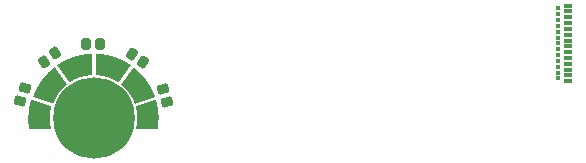
<source format=gtp>
%TF.GenerationSoftware,KiCad,Pcbnew,9.0.3*%
%TF.CreationDate,2025-08-08T19:50:08+03:00*%
%TF.ProjectId,Left,4c656674-2e6b-4696-9361-645f70636258,rev?*%
%TF.SameCoordinates,Original*%
%TF.FileFunction,Paste,Top*%
%TF.FilePolarity,Positive*%
%FSLAX46Y46*%
G04 Gerber Fmt 4.6, Leading zero omitted, Abs format (unit mm)*
G04 Created by KiCad (PCBNEW 9.0.3) date 2025-08-08 19:50:08*
%MOMM*%
%LPD*%
G01*
G04 APERTURE LIST*
G04 Aperture macros list*
%AMRoundRect*
0 Rectangle with rounded corners*
0 $1 Rounding radius*
0 $2 $3 $4 $5 $6 $7 $8 $9 X,Y pos of 4 corners*
0 Add a 4 corners polygon primitive as box body*
4,1,4,$2,$3,$4,$5,$6,$7,$8,$9,$2,$3,0*
0 Add four circle primitives for the rounded corners*
1,1,$1+$1,$2,$3*
1,1,$1+$1,$4,$5*
1,1,$1+$1,$6,$7*
1,1,$1+$1,$8,$9*
0 Add four rect primitives between the rounded corners*
20,1,$1+$1,$2,$3,$4,$5,0*
20,1,$1+$1,$4,$5,$6,$7,0*
20,1,$1+$1,$6,$7,$8,$9,0*
20,1,$1+$1,$8,$9,$2,$3,0*%
%AMFreePoly0*
4,1,24,1.023536,0.953536,1.025000,0.950000,1.024903,0.949019,0.934970,0.499355,0.905008,0.000000,0.934970,-0.499355,1.034903,-0.999019,1.034160,-1.002774,1.031539,-1.004757,-0.668461,-1.554757,-0.672276,-1.554452,-0.674757,-1.551539,-0.674881,-1.551085,-0.854881,-0.741085,-0.854989,-0.740337,-0.904989,-0.000337,-0.904986,0.000374,-0.844986,0.800374,-0.844956,0.800661,-0.824956,0.950661,
-0.823037,0.953972,-0.820000,0.955000,1.020000,0.955000,1.023536,0.953536,1.023536,0.953536,$1*%
%AMFreePoly1*
4,1,24,-0.668462,1.554757,1.031539,1.004757,1.034452,1.002276,1.034903,0.999019,0.934970,0.499355,0.905008,0.000000,0.934970,-0.499355,1.034903,-0.999019,1.034160,-1.002774,1.031539,-1.004757,-0.668461,-1.554757,-0.672276,-1.554452,-0.674757,-1.551539,-0.674881,-1.551085,-0.854881,-0.741085,-0.854989,-0.740337,-0.904989,-0.000337,-0.904986,0.000374,-0.844986,0.800374,-0.844876,0.801105,
-0.674876,1.551105,-0.672667,1.554230,-0.668896,1.554876,-0.668462,1.554757,-0.668462,1.554757,$1*%
%AMFreePoly2*
4,1,27,0.393786,1.673266,0.394059,1.672919,1.444059,0.212919,1.444935,0.209194,1.443334,0.206274,1.063594,-0.133492,0.734066,-0.522935,0.484435,-0.932330,0.274565,-1.402040,0.271786,-1.404670,0.268444,-1.404752,-1.441556,-0.844752,-1.444460,-0.842260,-1.444752,-0.838444,-1.444572,-0.837975,-1.134572,-0.137975,-1.134260,-0.137383,-0.802997,0.401880,-0.793729,0.424257,-0.738222,0.507327,
-0.704260,0.562617,-0.703780,0.563273,-0.123780,1.233273,-0.123266,1.233786,0.386734,1.673786,0.390367,1.674986,0.393786,1.673266,0.393786,1.673266,$1*%
%AMFreePoly3*
4,1,24,-0.668461,1.554757,1.031539,1.004757,1.034452,1.002276,1.034903,0.999019,0.934970,0.499355,0.905011,0.000035,0.934970,-0.409408,1.024932,-0.949178,1.024069,-0.952906,1.020822,-0.954932,1.020000,-0.955000,-0.820000,-0.955000,-0.823536,-0.953536,-0.824954,-0.950680,-0.894954,-0.440680,-0.894999,-0.440114,-0.904999,-0.000114,-0.904986,0.000374,-0.844986,0.800374,-0.844876,0.801105,
-0.674876,1.551105,-0.672667,1.554230,-0.668895,1.554876,-0.668461,1.554757,-0.668461,1.554757,$1*%
G04 Aperture macros list end*
%ADD10RoundRect,0.200000X-0.014532X0.360262X-0.338139X0.125148X0.014532X-0.360262X0.338139X-0.125148X0*%
%ADD11RoundRect,0.200000X0.338139X0.125148X0.014532X0.360262X-0.338139X-0.125148X-0.014532X-0.360262X0*%
%ADD12RoundRect,0.200000X0.200000X0.300000X-0.200000X0.300000X-0.200000X-0.300000X0.200000X-0.300000X0*%
%ADD13RoundRect,0.200000X-0.223514X0.282916X-0.347120X-0.097506X0.223514X-0.282916X0.347120X0.097506X0*%
%ADD14R,0.700000X0.300000*%
%ADD15R,0.460000X0.300000*%
%ADD16RoundRect,0.200000X0.347120X-0.097506X0.223514X0.282916X-0.347120X0.097506X-0.223514X-0.282916X0*%
%ADD17FreePoly0,180.000000*%
%ADD18FreePoly1,216.000000*%
%ADD19FreePoly1,252.000000*%
%ADD20FreePoly1,288.000000*%
%ADD21FreePoly2,0.000000*%
%ADD22FreePoly3,0.000000*%
%ADD23C,6.900000*%
%ADD24C,1.000000*%
G04 APERTURE END LIST*
D10*
%TO.C,R4*%
X105255410Y-94457329D03*
X104284590Y-95162671D03*
%TD*%
D11*
%TO.C,R2*%
X112725410Y-95182671D03*
X111754590Y-94477329D03*
%TD*%
D12*
%TO.C,R3*%
X109080000Y-93620000D03*
X107880000Y-93620000D03*
%TD*%
D13*
%TO.C,R5*%
X102675410Y-97349366D03*
X102304590Y-98490634D03*
%TD*%
D14*
%TO.C,J1*%
X148650000Y-96820000D03*
D15*
X147820000Y-96570000D03*
D14*
X148650000Y-96320000D03*
D15*
X147820000Y-96070000D03*
D14*
X148650000Y-95830000D03*
D15*
X147820000Y-95580000D03*
D14*
X148650000Y-95330000D03*
D15*
X147820000Y-95080000D03*
D14*
X148650000Y-94840000D03*
D15*
X147820000Y-94590000D03*
D14*
X148650000Y-94350000D03*
D15*
X147820000Y-94100000D03*
D14*
X148650000Y-93850000D03*
D15*
X147820000Y-93600000D03*
D14*
X148650000Y-93360000D03*
D15*
X147820000Y-93110000D03*
D14*
X148650000Y-92860000D03*
D15*
X147820000Y-92610000D03*
D14*
X148650000Y-92380000D03*
D15*
X147820000Y-92130000D03*
D14*
X148650000Y-91880000D03*
D15*
X147820000Y-91630000D03*
D14*
X148650000Y-91390000D03*
D15*
X147820000Y-91140000D03*
D14*
X148650000Y-90890000D03*
D15*
X147820000Y-90640000D03*
D14*
X148650000Y-90400000D03*
%TD*%
D16*
%TO.C,R1*%
X114725410Y-98590634D03*
X114354590Y-97449366D03*
%TD*%
D17*
%TO.C,SW1*%
X113120000Y-99950000D03*
D18*
X112260000Y-97260000D03*
D19*
X109970000Y-95580000D03*
D20*
X107070000Y-95580000D03*
D21*
X104780000Y-97260000D03*
D22*
X103920000Y-99950000D03*
D23*
X108520000Y-99950000D03*
D24*
X111290000Y-100980000D03*
%TD*%
M02*

</source>
